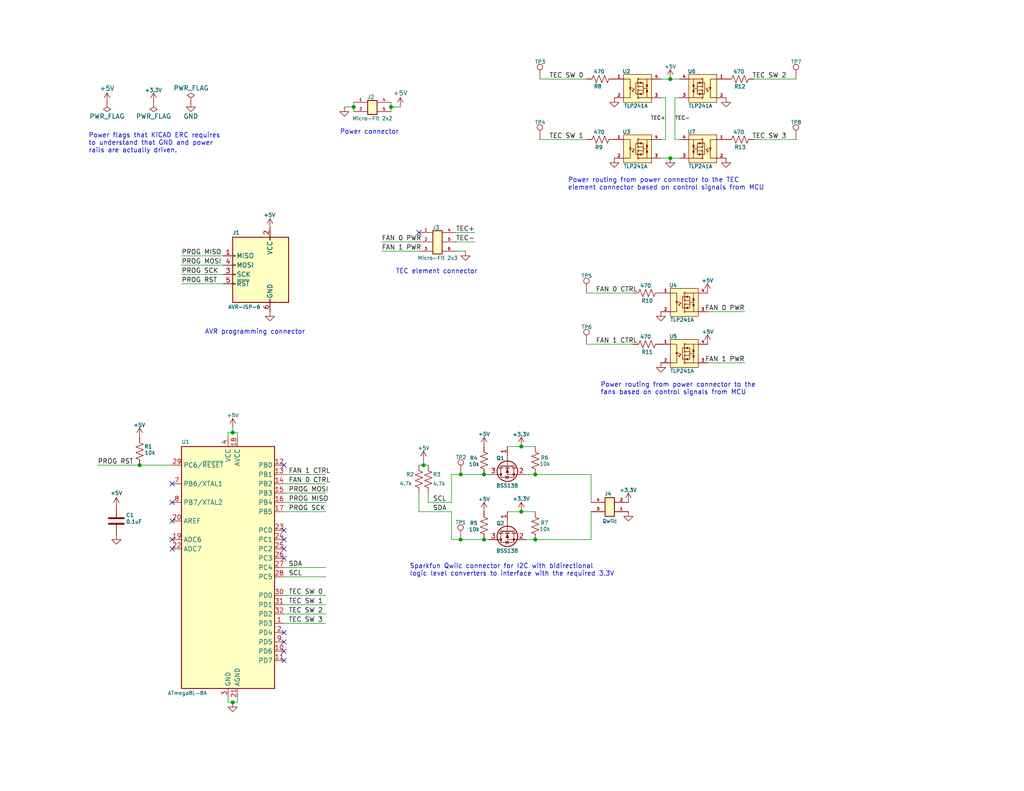
<source format=kicad_sch>
(kicad_sch (version 20211123) (generator eeschema)
  (paper "USLetter")
  (title_block (title "TEC Controller") (date "2022-11-16") (rev "A"))
  (lib_symbols
    (symbol "-proofing-box:+3.3V" (power) (pin_names (offset 0))
      (property "Value" "+3.3V" (at 0 3.556 0))
      (symbol "+3.3V_0_1"
        (polyline (pts (xy -0.762 1.27) (xy 0 2.54)))
        (polyline (pts (xy 0 0) (xy 0 2.54)))
        (polyline (pts (xy 0 2.54) (xy 0.762 1.27)))
      )
      (symbol "+3.3V_1_1"
        (pin power_in line (at 0 0 90) (length 0) hide (name "+3.3V") (number "1"))
      )
    )
    (symbol "-proofing-box:+5V" (power) (pin_names (offset 0))
      (property "Value" "+5V" (at 0 3.556 0))
      (symbol "+5V_0_1"
        (polyline (pts (xy -0.762 1.27) (xy 0 2.54)))
        (polyline (pts (xy 0 0) (xy 0 2.54)))
        (polyline (pts (xy 0 2.54) (xy 0.762 1.27)))
      )
      (symbol "+5V_1_1"
        (pin power_in line (at 0 0 90) (length 0) hide (name "+5V") (number "1"))
      )
    )
    (symbol "-proofing-box:ATmega8L-8A"
      (property "Reference" "U" (at -12.7 34.29 0))
      (property "Value" "ATmega8L-8A" (at 5.08 -34.29 0))
      (symbol "ATmega8L-8A_0_1"
        (rectangle (start -12.7 -33.02) (end 12.7 33.02) (stroke (width 0.254)) (fill (type background)))
      )
      (symbol "ATmega8L-8A_1_1"
        (pin bidirectional line (at 15.24 -15.24 180) (length 2.54) (name "PD3") (number "1"))
        (pin bidirectional line (at 15.24 -22.86 180) (length 2.54) (name "PD6") (number "10"))
        (pin bidirectional line (at 15.24 -25.4 180) (length 2.54) (name "PD7") (number "11"))
        (pin bidirectional line (at 15.24 27.94 180) (length 2.54) (name "PB0") (number "12"))
        (pin bidirectional line (at 15.24 25.4 180) (length 2.54) (name "PB1") (number "13"))
        (pin bidirectional line (at 15.24 22.86 180) (length 2.54) (name "PB2") (number "14"))
        (pin bidirectional line (at 15.24 20.32 180) (length 2.54) (name "PB3") (number "15"))
        (pin bidirectional line (at 15.24 17.78 180) (length 2.54) (name "PB4") (number "16"))
        (pin bidirectional line (at 15.24 15.24 180) (length 2.54) (name "PB5") (number "17"))
        (pin power_in line (at 2.54 35.56 270) (length 2.54) (name "AVCC") (number "18"))
        (pin input line (at -15.24 7.62 0) (length 2.54) (name "ADC6") (number "19"))
        (pin bidirectional line (at 15.24 -17.78 180) (length 2.54) (name "PD4") (number "2"))
        (pin passive line (at -15.24 12.7 0) (length 2.54) (name "AREF") (number "20"))
        (pin power_in line (at 2.54 -35.56 90) (length 2.54) (name "AGND") (number "21"))
        (pin input line (at -15.24 5.08 0) (length 2.54) (name "ADC7") (number "22"))
        (pin bidirectional line (at 15.24 10.16 180) (length 2.54) (name "PC0") (number "23"))
        (pin bidirectional line (at 15.24 7.62 180) (length 2.54) (name "PC1") (number "24"))
        (pin bidirectional line (at 15.24 5.08 180) (length 2.54) (name "PC2") (number "25"))
        (pin bidirectional line (at 15.24 2.54 180) (length 2.54) (name "PC3") (number "26"))
        (pin bidirectional line (at 15.24 0 180) (length 2.54) (name "PC4") (number "27"))
        (pin bidirectional line (at 15.24 -2.54 180) (length 2.54) (name "PC5") (number "28"))
        (pin bidirectional line (at -15.24 27.94 0) (length 2.54) (name "PC6/~{RESET}") (number "29"))
        (pin power_in line (at 0 -35.56 90) (length 2.54) (name "GND") (number "3"))
        (pin bidirectional line (at 15.24 -7.62 180) (length 2.54) (name "PD0") (number "30"))
        (pin bidirectional line (at 15.24 -10.16 180) (length 2.54) (name "PD1") (number "31"))
        (pin bidirectional line (at 15.24 -12.7 180) (length 2.54) (name "PD2") (number "32"))
        (pin power_in line (at 0 35.56 270) (length 2.54) (name "VCC") (number "4"))
        (pin passive line (at 0 -35.56 90) (length 2.54) hide (name "GND") (number "5"))
        (pin passive line (at 0 35.56 270) (length 2.54) hide (name "VCC") (number "6"))
        (pin bidirectional line (at -15.24 22.86 0) (length 2.54) (name "PB6/XTAL1") (number "7"))
        (pin bidirectional line (at -15.24 17.78 0) (length 2.54) (name "PB7/XTAL2") (number "8"))
        (pin bidirectional line (at 15.24 -20.32 180) (length 2.54) (name "PD5") (number "9"))
      )
    )
    (symbol "-proofing-box:AVR-ISP-6" (pin_names (offset 1.016))
      (property "Reference" "J" (at -6.35 11.43 0))
      (property "Value" "AVR-ISP-6" (at 0 11.43 0))
      (symbol "AVR-ISP-6_0_1"
        (rectangle (start -2.667 -6.858) (end -2.413 -7.62))
        (rectangle (start -2.667 10.16) (end -2.413 9.398))
        (rectangle (start 7.62 -2.413) (end 6.858 -2.667))
        (rectangle (start 7.62 0.127) (end 6.858 -0.127))
        (rectangle (start 7.62 2.667) (end 6.858 2.413))
        (rectangle (start 7.62 5.207) (end 6.858 4.953))
        (rectangle (start 7.62 10.16) (end -7.62 -7.62) (stroke (width 0.254)) (fill (type background)))
      )
      (symbol "AVR-ISP-6_1_1"
        (pin passive line (at 10.16 5.08 180) (length 2.54) (name "MISO") (number "1"))
        (pin passive line (at -2.54 12.7 270) (length 2.54) (name "VCC") (number "2"))
        (pin passive line (at 10.16 0 180) (length 2.54) (name "SCK") (number "3"))
        (pin passive line (at 10.16 2.54 180) (length 2.54) (name "MOSI") (number "4"))
        (pin passive line (at 10.16 -2.54 180) (length 2.54) (name "~{RST}") (number "5"))
        (pin passive line (at -2.54 -10.16 90) (length 2.54) (name "GND") (number "6"))
      )
    )
    (symbol "-proofing-box:BSS138" (pin_names hide)
      (property "Reference" "Q" (at 5.08 1.905 0))
      (property "Value" "BSS138" (at 5.08 0 0))
      (symbol "BSS138_0_1"
        (polyline (pts (xy 0.254 0) (xy -2.54 0)))
        (polyline (pts (xy 0.254 1.905) (xy 0.254 -1.905)) (stroke (width 0.254)))
        (polyline (pts (xy 0.762 -1.27) (xy 0.762 -2.286)) (stroke (width 0.254)))
        (polyline (pts (xy 0.762 0.508) (xy 0.762 -0.508)) (stroke (width 0.254)))
        (polyline (pts (xy 0.762 2.286) (xy 0.762 1.27)) (stroke (width 0.254)))
        (polyline (pts (xy 2.54 2.54) (xy 2.54 1.778)))
        (polyline (pts (xy 2.54 -2.54) (xy 2.54 0) (xy 0.762 0)))
        (polyline (pts (xy 0.762 -1.778) (xy 3.302 -1.778) (xy 3.302 1.778) (xy 0.762 1.778)))
        (polyline (pts (xy 1.016 0) (xy 2.032 0.381) (xy 2.032 -0.381) (xy 1.016 0)) (fill (type outline)))
        (polyline (pts (xy 2.794 0.508) (xy 2.921 0.381) (xy 3.683 0.381) (xy 3.81 0.254)))
        (polyline (pts (xy 3.302 0.381) (xy 2.921 -0.254) (xy 3.683 -0.254) (xy 3.302 0.381)))
        (circle (center 1.651 0) (radius 2.794) (stroke (width 0.254)))
        (circle (center 2.54 -1.778) (radius 0.254) (fill (type outline)))
        (circle (center 2.54 1.778) (radius 0.254) (fill (type outline)))
      )
      (symbol "BSS138_1_1"
        (pin input line (at -5.08 0 0) (length 2.54) (name "G") (number "1"))
        (pin passive line (at 2.54 -5.08 90) (length 2.54) (name "S") (number "2"))
        (pin passive line (at 2.54 5.08 270) (length 2.54) (name "D") (number "3"))
      )
    )
    (symbol "-proofing-box:C" (pin_numbers hide) (pin_names (offset 0.254))
      (property "Reference" "C" (at 0.635 2.54 0))
      (property "Value" "C" (at 0.635 -2.54 0))
      (symbol "C_0_1"
        (polyline (pts (xy -2.032 -0.762) (xy 2.032 -0.762)) (stroke (width 0.508)))
        (polyline (pts (xy -2.032 0.762) (xy 2.032 0.762)) (stroke (width 0.508)))
      )
      (symbol "C_1_1"
        (pin passive line (at 0 3.81 270) (length 2.794) (name "~") (number "1"))
        (pin passive line (at 0 -3.81 90) (length 2.794) (name "~") (number "2"))
      )
    )
    (symbol "-proofing-box:GND" (power) (pin_names (offset 0))
      (property "Value" "GND" (at 0 -3.81 0))
      (symbol "GND_0_1"
        (polyline (pts (xy 0 0) (xy 0 -1.27) (xy 1.27 -1.27) (xy 0 -2.54) (xy -1.27 -1.27) (xy 0 -1.27)))
      )
      (symbol "GND_1_1"
        (pin power_in line (at 0 0 270) (length 0) hide (name "GND") (number "1"))
      )
    )
    (symbol "-proofing-box:Micro-Fit 2x2" (pin_names (offset 1.016) hide)
      (property "Reference" "J" (at -1 2.73 0))
      (property "Value" "Micro-Fit 2x2" (at 0.254 -3.048 0))
      (symbol "Micro-Fit 2x2_1_1"
        (rectangle (start -1.27 1.778) (end 1.27 -2.032) (stroke (width 0.254)) (fill (type background)))
        (pin passive line (at -5.08 1.27 0) (length 3.81) (name "") (number "1"))
        (pin passive line (at -5.08 -1.27 0) (length 3.81) (name "") (number "2"))
        (pin passive line (at 5.08 1.27 180) (length 3.81) (name "") (number "4"))
        (pin passive line (at 5.08 -1.27 180) (length 3.81) (name "") (number "5"))
      )
    )
    (symbol "-proofing-box:Micro-Fit 2x3" (pin_names (offset 1.016) hide)
      (property "Reference" "J" (at -1 4 0))
      (property "Value" "Micro-Fit 2x3" (at 0.25 -4.25 0))
      (symbol "Micro-Fit 2x3_1_1"
        (rectangle (start -1.27 3.048) (end 1.25 -3.302) (stroke (width 0.254)) (fill (type background)))
        (pin passive line (at -5.08 2.54 0) (length 3.81) (name "") (number "1"))
        (pin passive line (at -5.08 0 0) (length 3.81) (name "") (number "2"))
        (pin passive line (at -5.08 -2.54 0) (length 3.81) (name "") (number "3"))
        (pin passive line (at 5.08 2.54 180) (length 3.81) (name "") (number "4"))
        (pin passive line (at 5.08 0 180) (length 3.81) (name "") (number "5"))
        (pin passive line (at 5.08 -2.54 180) (length 3.81) (name "") (number "6"))
      )
    )
    (symbol "-proofing-box:Qwiic" (pin_names (offset 1.016) hide)
      (property "Reference" "J" (at -0.9626 3.5511 0))
      (property "Value" "Qwiic" (at 1.0369 -3.7056 0))
      (symbol "Qwiic_1_1"
        (rectangle (start -1.27 2.54) (end 1.27 -2.54) (stroke (width 0.254)) (fill (type background)))
        (pin passive line (at 5.08 -1.27 180) (length 3.81) (name "") (number "1"))
        (pin passive line (at 5.08 1.27 180) (length 3.81) (name "") (number "2"))
        (pin passive line (at -5.08 -1.27 0) (length 3.81) (name "") (number "3"))
        (pin passive line (at -5.08 1.27 0) (length 3.81) (name "") (number "4"))
      )
    )
    (symbol "-proofing-box:R" (pin_numbers hide) (pin_names (offset 0))
      (property "Reference" "R" (at 1.9035 -0.0332 90))
      (property "Value" "R" (at -1.9037 -0.2102 90))
      (symbol "R_0_1"
        (polyline (pts (xy 0 -2.286) (xy 0 -2.54)))
        (polyline (pts (xy 0 2.286) (xy 0 2.54)))
        (polyline (pts (xy 0 -0.762) (xy 1.016 -1.143) (xy 0 -1.524) (xy -1.016 -1.905) (xy 0 -2.286)))
        (polyline (pts (xy 0 0.762) (xy 1.016 0.381) (xy 0 0) (xy -1.016 -0.381) (xy 0 -0.762)))
        (polyline (pts (xy 0 2.286) (xy 1.016 1.905) (xy 0 1.524) (xy -1.016 1.143) (xy 0 0.762)))
      )
      (symbol "R_1_1"
        (pin passive line (at 0 3.81 270) (length 1.27) (name "~") (number "1"))
        (pin passive line (at 0 -3.81 90) (length 1.27) (name "~") (number "2"))
      )
    )
    (symbol "-proofing-box:TLP241A" (pin_names (offset -0.254) hide)
      (property "Reference" "U" (at -3.3715 2.0636 0))
      (property "Value" "TLP241A" (at -0.6511 -7.2308 0))
      (symbol "TLP241A_0_1"
        (rectangle (start -3.81 1.27) (end 3.81 -6.35) (fill (type background)))
        (polyline (pts (xy -1.7036 -2.8956) (xy -1.1956 -3.4036)))
        (polyline (pts (xy -1.4496 -2.3876) (xy -0.9416 -2.8956)))
        (polyline (pts (xy -1.1956 -3.4036) (xy -1.4496 -3.4036)))
        (polyline (pts (xy -1.1956 -3.4036) (xy -1.1956 -3.1496)))
        (polyline (pts (xy -0.9416 -2.8956) (xy -1.1956 -2.8956)))
        (polyline (pts (xy -0.9416 -2.8956) (xy -0.9416 -2.6416)))
        (polyline (pts (xy 0 -2.794) (xy 0 -5.334)))
        (polyline (pts (xy 0 -2.286) (xy 0 0.254)))
        (polyline (pts (xy 0.254 -5.08) (xy 3.81 -5.08)))
        (polyline (pts (xy 0.254 -4.826) (xy 0.254 -5.334)))
        (polyline (pts (xy 0.254 -4.064) (xy 0.508 -4.064)))
        (polyline (pts (xy 0.254 -3.81) (xy 0.254 -4.318)))
        (polyline (pts (xy 0.254 -3.048) (xy 1.524 -3.048)))
        (polyline (pts (xy 0.254 -2.794) (xy 0.254 -3.302)))
        (polyline (pts (xy 0.254 -2.032) (xy 1.524 -2.032)))
        (polyline (pts (xy 0.254 -1.778) (xy 0.254 -2.286)))
        (polyline (pts (xy 0.254 -1.016) (xy 0.508 -1.016)))
        (polyline (pts (xy 0.254 -0.762) (xy 0.254 -1.27)))
        (polyline (pts (xy 0.254 0) (xy 3.81 0)))
        (polyline (pts (xy 0.254 0.262) (xy 0.254 -0.238)))
        (polyline (pts (xy 1.524 -2.54) (xy 2.54 -2.54)))
        (polyline (pts (xy 2.286 -3.556) (xy 2.794 -3.556)))
        (polyline (pts (xy 2.286 -1.524) (xy 2.794 -1.524)))
        (polyline (pts (xy 2.54 -2.54) (xy 2.54 -5.08)))
        (polyline (pts (xy 2.54 -2.54) (xy 2.54 0)))
        (polyline (pts (xy -3.81 -5.08) (xy -2.032 -5.08) (xy -2.032 0) (xy -3.81 0)))
        (polyline (pts (xy -2.032 -2.794) (xy -2.286 -2.286) (xy -1.778 -2.286) (xy -2.032 -2.794)) (fill (type outline)))
        (polyline (pts (xy 0 -4.064) (xy -0.508 -4.064) (xy -0.508 -1.016) (xy 0 -1.016)))
        (polyline (pts (xy 0.508 -4.064) (xy 1.016 -3.81) (xy 1.016 -4.318) (xy 0.508 -4.064)) (fill (type outline)))
        (polyline (pts (xy 0.508 -1.016) (xy 1.016 -0.762) (xy 1.016 -1.27) (xy 0.508 -1.016)) (fill (type outline)))
        (polyline (pts (xy 1.016 -4.064) (xy 1.524 -4.064) (xy 1.524 -1.016) (xy 1.016 -1.016)))
        (polyline (pts (xy 2.54 -3.556) (xy 2.286 -3.048) (xy 2.794 -3.048) (xy 2.54 -3.556)) (fill (type outline)))
        (polyline (pts (xy 2.54 -1.524) (xy 2.286 -2.032) (xy 2.794 -2.032) (xy 2.54 -1.524)) (fill (type outline)))
      )
      (symbol "TLP241A_1_1"
        (pin passive line (at -6.35 0 0) (length 2.5) (name "") (number "1"))
        (pin passive line (at -6.35 -5.08 0) (length 2.5) (name "") (number "2"))
        (pin input line (at 6.35 -5.08 180) (length 2.5) (name "") (number "3"))
        (pin passive line (at 6.35 0 180) (length 2.5) (name "") (number "4"))
      )
    )
    (symbol "-proofing-box:TestPoint" (pin_numbers hide) (pin_names (offset 0.762) hide)
      (property "Reference" "TP" (at 0 6.858 0))
      (property "Value" "TestPoint" (at 0 5.08 0))
      (symbol "TestPoint_0_1"
        (circle (center 0 3.302) (radius 0.762))
      )
      (symbol "TestPoint_1_1"
        (pin passive line (at 0 0 90) (length 2.54) (name "1") (number "1"))
      )
    )
    (symbol "power:PWR_FLAG" (power) (pin_numbers hide) (pin_names (offset 0) hide)
      (property "Value" "PWR_FLAG" (at 0 3.81 0))
      (symbol "PWR_FLAG_0_0"
        (pin power_out line (at 0 0 90) (length 0) (name "pwr") (number "1"))
      )
      (symbol "PWR_FLAG_0_1"
        (polyline (pts (xy 0 0) (xy 0 1.27) (xy -1.016 1.905) (xy 0 2.54) (xy 1.016 1.905) (xy 0 1.27)))
      )
    )
  )
  (junction (at 63.5 118.11))
  (junction (at 142.24 121.92))
  (junction (at 182.88 43.18))
  (junction (at 132.08 147.32))
  (junction (at 146.05 129.54))
  (junction (at 115.57 127))
  (junction (at 106.68 29.21))
  (junction (at 182.88 21.59))
  (junction (at 38.1 127))
  (junction (at 63.5 191.77))
  (junction (at 125.6728 147.32))
  (junction (at 132.08 129.54))
  (junction (at 125.73 129.54))
  (junction (at 96.52 29.21))
  (junction (at 146.05 147.32))
  (junction (at 142.24 139.7))
  (no_connect (at 77.47 127))
  (no_connect (at 46.99 137.16))
  (no_connect (at 46.99 132.08))
  (no_connect (at 77.47 149.86))
  (no_connect (at 77.47 144.78))
  (no_connect (at 77.47 152.4))
  (no_connect (at 77.47 147.32))
  (no_connect (at 77.47 175.26))
  (no_connect (at 77.47 180.34))
  (no_connect (at 77.47 177.8))
  (no_connect (at 77.47 172.72))
  (no_connect (at 46.99 142.24))
  (no_connect (at 46.99 147.32))
  (no_connect (at 114.3 63.5))
  (no_connect (at 46.99 149.86))
  (wire (pts (xy 49.53 77.47) (xy 60.96 77.47)))
  (wire (pts (xy 184.15 38.1) (xy 185.42 38.1)))
  (wire (pts (xy 114.3 127) (xy 115.57 127)))
  (wire (pts (xy 205.74 21.59) (xy 217.17 21.59)))
  (wire (pts (xy 96.52 27.94) (xy 96.52 29.21)))
  (wire (pts (xy 185.42 26.67) (xy 184.15 26.67)))
  (wire (pts (xy 180.34 43.18) (xy 182.88 43.18)))
  (wire (pts (xy 125.73 129.54) (xy 132.08 129.54)))
  (wire (pts (xy 106.68 27.94) (xy 106.68 29.21)))
  (wire (pts (xy 104.14 66.04) (xy 114.3 66.04)))
  (wire (pts (xy 49.53 72.39) (xy 60.96 72.39)))
  (wire (pts (xy 77.47 139.7) (xy 88.9 139.7)))
  (wire (pts (xy 147.32 38.1) (xy 160.02 38.1)))
  (wire (pts (xy 143.51 147.32) (xy 146.05 147.32)))
  (wire (pts (xy 77.47 132.08) (xy 88.9 132.08)))
  (wire (pts (xy 123.19 129.54) (xy 125.73 129.54)))
  (wire (pts (xy 106.68 29.21) (xy 106.68 30.48)))
  (wire (pts (xy 160.02 93.98) (xy 172.72 93.98)))
  (wire (pts (xy 180.34 21.59) (xy 182.88 21.59)))
  (wire (pts (xy 132.08 147.32) (xy 133.35 147.32)))
  (wire (pts (xy 180.34 26.67) (xy 181.61 26.67)))
  (wire (pts (xy 193.04 85.09) (xy 203.2 85.09)))
  (wire (pts (xy 63.5 191.77) (xy 64.77 191.77)))
  (wire (pts (xy 77.47 157.48) (xy 88.9 157.48)))
  (wire (pts (xy 62.23 191.77) (xy 63.5 191.77)))
  (wire (pts (xy 63.5 118.11) (xy 64.77 118.11)))
  (wire (pts (xy 115.57 125.73) (xy 115.57 127)))
  (wire (pts (xy 160.02 80.01) (xy 172.72 80.01)))
  (wire (pts (xy 124.46 63.5) (xy 129.54 63.5)))
  (wire (pts (xy 49.53 69.85) (xy 60.96 69.85)))
  (wire (pts (xy 62.23 119.38) (xy 62.23 118.11)))
  (wire (pts (xy 49.53 74.93) (xy 60.96 74.93)))
  (wire (pts (xy 138.43 121.92) (xy 142.24 121.92)))
  (wire (pts (xy 116.84 137.16) (xy 116.84 134.62)))
  (wire (pts (xy 142.24 121.92) (xy 146.05 121.92)))
  (wire (pts (xy 180.34 38.1) (xy 181.61 38.1)))
  (wire (pts (xy 77.47 162.56) (xy 88.9 162.56)))
  (wire (pts (xy 77.47 137.16) (xy 88.9 137.16)))
  (wire (pts (xy 106.68 29.21) (xy 109.22 29.21)))
  (wire (pts (xy 114.3 139.7) (xy 114.3 134.62)))
  (wire (pts (xy 132.08 129.54) (xy 133.35 129.54)))
  (wire (pts (xy 77.47 134.62) (xy 88.9 134.62)))
  (wire (pts (xy 124.46 66.04) (xy 129.54 66.04)))
  (wire (pts (xy 125.6728 147.32) (xy 132.08 147.32)))
  (wire (pts (xy 123.19 139.7) (xy 123.19 147.32)))
  (wire (pts (xy 62.23 118.11) (xy 63.5 118.11)))
  (wire (pts (xy 104.14 68.58) (xy 114.3 68.58)))
  (wire (pts (xy 63.5 116.84) (xy 63.5 118.11)))
  (wire (pts (xy 193.04 99.06) (xy 203.2 99.06)))
  (wire (pts (xy 147.32 21.59) (xy 160.02 21.59)))
  (wire (pts (xy 124.46 68.58) (xy 127 68.58)))
  (wire (pts (xy 138.43 139.7) (xy 142.24 139.7)))
  (wire (pts (xy 77.47 170.18) (xy 88.9 170.18)))
  (wire (pts (xy 115.57 127) (xy 116.84 127)))
  (wire (pts (xy 96.52 29.21) (xy 96.52 30.48)))
  (wire (pts (xy 146.05 129.54) (xy 161.29 129.54)))
  (wire (pts (xy 64.77 190.5) (xy 64.77 191.77)))
  (wire (pts (xy 161.29 139.7) (xy 161.29 147.32)))
  (wire (pts (xy 62.23 190.5) (xy 62.23 191.77)))
  (wire (pts (xy 184.15 26.67) (xy 184.15 38.1)))
  (wire (pts (xy 64.77 119.38) (xy 64.77 118.11)))
  (wire (pts (xy 123.19 129.54) (xy 123.19 137.16)))
  (wire (pts (xy 182.88 43.18) (xy 185.42 43.18)))
  (wire (pts (xy 93.98 29.21) (xy 96.52 29.21)))
  (wire (pts (xy 77.47 154.94) (xy 88.9 154.94)))
  (wire (pts (xy 26.67 127) (xy 38.1 127)))
  (wire (pts (xy 181.61 26.67) (xy 181.61 38.1)))
  (wire (pts (xy 123.19 147.32) (xy 125.6728 147.32)))
  (wire (pts (xy 38.1 127) (xy 46.99 127)))
  (wire (pts (xy 77.47 129.54) (xy 88.9 129.54)))
  (wire (pts (xy 77.47 167.64) (xy 88.9 167.64)))
  (wire (pts (xy 205.74 38.1) (xy 217.17 38.1)))
  (wire (pts (xy 143.51 129.54) (xy 146.05 129.54)))
  (wire (pts (xy 142.24 139.7) (xy 146.05 139.7)))
  (wire (pts (xy 182.88 21.59) (xy 185.42 21.59)))
  (wire (pts (xy 161.29 129.54) (xy 161.29 137.16)))
  (wire (pts (xy 114.3 139.7) (xy 123.19 139.7)))
  (wire (pts (xy 146.05 147.32) (xy 161.29 147.32)))
  (wire (pts (xy 77.47 165.1) (xy 88.9 165.1)))
  (wire (pts (xy 116.84 137.16) (xy 123.19 137.16)))
  (text "Sparkfun Qwiic connector for I2C with bidirectional\nlogic level converters to interface with the required 3.3V" (at 111.76 157.48 0) (effects (font (size 1.27 1.27)) (justify left bottom)))
  (text "Power flags that KiCAD ERC requires\nto understand that GND and power\nrails are actually driven." (at 24.13 41.91 0) (effects (font (size 1.27 1.27)) (justify left bottom)))
  (text "Power routing from power connector to the\nfans based on control signals from MCU" (at 163.83 107.95 0) (effects (font (size 1.27 1.27)) (justify left bottom)))
  (text "Power routing from power connector to the TEC\nelement connector based on control signals from MCU" (at 154.94 52.07 0) (effects (font (size 1.27 1.27)) (justify left bottom)))
  (text "Power connector" (at 92.71 36.83 0) (effects (font (size 1.27 1.27)) (justify left bottom)))
  (text "AVR programming connector" (at 55.88 91.44 0) (effects (font (size 1.27 1.27)) (justify left bottom)))
  (text "TEC element connector" (at 107.95 74.93 0) (effects (font (size 1.27 1.27)) (justify left bottom)))
  (label "FAN 0 PWR" (at 104.14 66.04 0))
  (label "FAN 0 PWR" (at 203.2 85.09 180))
  (label "TEC+" (at 181.61 33.02 180) (effects (font (size 1 1))))
  (label "SDA" (at 118.11 139.7 0))
  (label "TEC-" (at 184.15 33.02 0) (effects (font (size 1 1))))
  (label "PROG SCK" (at 49.53 74.93 0))
  (label "PROG SCK" (at 78.74 139.7 0))
  (label "TEC SW 0" (at 149.86 21.59 0))
  (label "TEC SW 2" (at 214.63 21.59 180))
  (label "FAN 0 CTRL" (at 162.56 80.01 0))
  (label "FAN 0 CTRL" (at 78.74 132.08 0))
  (label "PROG MOSI" (at 78.74 134.62 0))
  (label "TEC SW 1" (at 78.74 165.1 0))
  (label "PROG RST" (at 49.53 77.47 0))
  (label "FAN 1 CTRL" (at 162.56 93.98 0))
  (label "PROG MISO" (at 49.53 69.85 0))
  (label "PROG MOSI" (at 49.53 72.39 0))
  (label "TEC SW 3" (at 78.74 170.18 0))
  (label "FAN 1 CTRL" (at 78.74 129.54 0))
  (label "TEC+" (at 129.54 63.5 180))
  (label "SCL" (at 118.11 137.16 0))
  (label "SDA" (at 78.74 154.94 0))
  (label "PROG RST" (at 26.67 127 0))
  (label "TEC SW 1" (at 149.86 38.1 0))
  (label "TEC-" (at 129.54 66.04 180))
  (label "TEC SW 0" (at 78.74 162.56 0))
  (label "FAN 1 PWR" (at 203.2 99.06 180))
  (label "TEC SW 3" (at 214.63 38.1 180))
  (label "SCL" (at 78.74 157.48 0))
  (label "PROG MISO" (at 78.74 137.16 0))
  (label "FAN 1 PWR" (at 104.14 68.58 0))
  (label "TEC SW 2" (at 78.74 167.64 0))
  (symbol (lib_id "-proofing-box:+3.3V") (at 171.45 137.16 0) (unit 1)
    (property "Reference" "#PWR021" (effects hide))
    (property "Value" "+3.3V" (at 171.3873 133.834 0) (effects (font (size 1.016 1.016))))
  )
  (symbol (lib_id "-proofing-box:TestPoint") (at 125.6728 147.32 0) (unit 1)
    (property "Reference" "TP1" (at 124.2686 142.6249 0) (effects (font (size 1.016 1.016)) (justify left)))
    (property "Value" "TestPoint" (effects hide))
  )
  (symbol (lib_id "-proofing-box:TestPoint") (at 147.32 21.59 0) (unit 1)
    (property "Reference" "TP3" (at 145.9158 16.8949 0) (effects (font (size 1.016 1.016)) (justify left)))
    (property "Value" "TestPoint" (effects hide))
  )
  (symbol (lib_id "-proofing-box:C") (at 31.75 142.24 0) (unit 1)
    (property "Reference" "C1" (at 35.4577 140.6142 0) (effects (font (size 1.016 1.016))))
    (property "Value" "0.1uF" (at 36.5758 142.4438 0) (effects (font (size 1.016 1.016))))
    (property "Footprint" "bryce-kellogg-personal:C_0603_1608Metric_Pad1.08x0.95mm_HandSolder" (effects hide))
  )
  (symbol (lib_id "power:PWR_FLAG") (at 52.07 27.94 0) (unit 1)
    (property "Reference" "#FLG03" (effects hide))
    (property "Value" "PWR_FLAG" (at 47.326 24.0444 0) (effects (justify left)))
  )
  (symbol (lib_id "-proofing-box:GND") (at 31.75 146.05 0) (unit 1)
    (property "Reference" "#PWR03" (effects hide))
    (property "Value" "GND" (effects hide))
  )
  (symbol (lib_id "-proofing-box:R") (at 146.05 143.51 0) (unit 1)
    (property "Reference" "R7" (at 147.4899 142.752 0) (effects (font (size 1.016 1.016)) (justify left)))
    (property "Value" "10k" (at 147.1947 144.4496 0) (effects (font (size 1.016 1.016)) (justify left)))
    (property "Footprint" "bryce-kellogg-personal:R_0603_1608Metric_Pad0.98x0.95mm_HandSolder" (effects hide))
  )
  (symbol (lib_id "-proofing-box:R") (at 132.08 143.51 0) (unit 1)
    (property "Reference" "R5" (at 128.1912 142.8383 0) (effects (font (size 1.016 1.016)) (justify left)))
    (property "Value" "10k" (at 127.896 144.5359 0) (effects (font (size 1.016 1.016)) (justify left)))
    (property "Footprint" "bryce-kellogg-personal:R_0603_1608Metric_Pad0.98x0.95mm_HandSolder" (effects hide))
  )
  (symbol (lib_id "-proofing-box:Micro-Fit 2x3") (at 119.38 66.04 0) (unit 1)
    (property "Reference" "J3" (at 118.9514 62.1502 0) (effects (font (size 1.016 1.016))))
    (property "Value" "Micro-Fit 2x3" (at 119.4232 70.4404 0) (effects (font (size 1.016 1.016))))
    (property "Footprint" "bryce-kellogg-personal:Micro-Fit 2x3" (effects hide))
  )
  (symbol (lib_id "-proofing-box:R") (at 146.05 125.73 0) (unit 1)
    (property "Reference" "R6" (at 147.4899 124.972 0) (effects (font (size 1.016 1.016)) (justify left)))
    (property "Value" "10k" (at 147.1947 126.6696 0) (effects (font (size 1.016 1.016)) (justify left)))
    (property "Footprint" "bryce-kellogg-personal:R_0603_1608Metric_Pad0.98x0.95mm_HandSolder" (effects hide))
  )
  (symbol (lib_id "-proofing-box:BSS138") (at 138.43 144.78 90) (mirror x) (unit 1)
    (property "Reference" "Q2" (at 137.6423 142.8673 90) (effects (font (size 1.016 1.016)) (justify left)))
    (property "Value" "BSS138" (at 141.4242 150.3816 90) (effects (font (size 1.016 1.016)) (justify left)))
    (property "Footprint" "Package_TO_SOT_SMD:SOT-23" (effects hide))
    (property "Datasheet" "https://www.onsemi.com/pub/Collateral/BSS138-D.PDF" (effects hide))
  )
  (symbol (lib_id "-proofing-box:+5V") (at 193.04 80.01 0) (unit 1)
    (property "Reference" "#PWR027" (effects hide))
    (property "Value" "+5V" (at 193.0398 76.59 0) (effects (font (size 1.016 1.016))))
  )
  (symbol (lib_id "-proofing-box:+5V") (at 109.22 29.21 0) (unit 1)
    (property "Reference" "#PWR012" (effects hide))
    (property "Value" "+5V" (at 109.22 25.4 0))
  )
  (symbol (lib_id "-proofing-box:+5V") (at 115.57 125.73 0) (unit 1)
    (property "Reference" "#PWR013" (effects hide))
    (property "Value" "+5V" (at 115.5785 122.3212 0) (effects (font (size 1.016 1.016))))
  )
  (symbol (lib_id "-proofing-box:ATmega8L-8A") (at 62.23 154.94 0) (unit 1)
    (property "Reference" "U1" (at 49.53 120.65 0) (effects (font (size 1.016 1.016)) (justify left)))
    (property "Value" "ATmega8L-8A" (at 45.72 189.23 0) (effects (font (size 1.016 1.016)) (justify left)))
    (property "Footprint" "Package_QFP:TQFP-32_7x7mm_P0.8mm" (effects hide))
    (property "Datasheet" "http://ww1.microchip.com/downloads/en/DeviceDoc/atmel-2486-8-bit-avr-microcontroller-atmega8_l_datasheet.pdf" (effects hide))
  )
  (symbol (lib_id "-proofing-box:AVR-ISP-6") (at 71.12 74.93 0) (mirror y) (unit 1)
    (property "Reference" "J1" (at 63.5 63.5 0) (effects (font (size 1.016 1.016)) (justify right)))
    (property "Value" "AVR-ISP-6" (at 62.23 83.82 0) (effects (font (size 1.016 1.016)) (justify right)))
    (property "Datasheet" " ~" (effects hide))
  )
  (symbol (lib_id "-proofing-box:R") (at 132.08 125.73 0) (unit 1)
    (property "Reference" "R4" (at 128.1912 125.0583 0) (effects (font (size 1.016 1.016)) (justify left)))
    (property "Value" "10k" (at 127.896 126.7559 0) (effects (font (size 1.016 1.016)) (justify left)))
    (property "Footprint" "bryce-kellogg-personal:R_0603_1608Metric_Pad0.98x0.95mm_HandSolder" (effects hide))
  )
  (symbol (lib_id "-proofing-box:TLP241A") (at 186.69 93.98 0) (unit 1)
    (property "Reference" "U5" (at 183.6537 91.8508 0) (effects (font (size 1.016 1.016))))
    (property "Value" "TLP241A" (at 186.1173 101.2811 0) (effects (font (size 1.016 1.016))))
    (property "Footprint" "bryce-kellogg-personal:TLP241A" (effects hide))
  )
  (symbol (lib_id "-proofing-box:+5V") (at 132.08 139.7 0) (unit 1)
    (property "Reference" "#PWR016" (effects hide))
    (property "Value" "+5V" (at 132.0885 136.2912 0) (effects (font (size 1.016 1.016))))
  )
  (symbol (lib_id "-proofing-box:GND") (at 93.98 29.21 0) (unit 1)
    (property "Reference" "#PWR011" (effects hide))
    (property "Value" "GND" (effects hide))
  )
  (symbol (lib_id "-proofing-box:TLP241A") (at 173.99 38.1 0) (unit 1)
    (property "Reference" "U3" (at 170.9537 35.9708 0) (effects (font (size 1.016 1.016))))
    (property "Value" "TLP241A" (at 173.4173 45.4011 0) (effects (font (size 1.016 1.016))))
    (property "Footprint" "bryce-kellogg-personal:TLP241A" (effects hide))
  )
  (symbol (lib_id "-proofing-box:TestPoint") (at 160.02 93.98 0) (unit 1)
    (property "Reference" "TP6" (at 158.6158 89.2849 0) (effects (font (size 1.016 1.016)) (justify left)))
    (property "Value" "TestPoint" (effects hide))
  )
  (symbol (lib_id "-proofing-box:GND") (at 198.12 43.18 0) (unit 1)
    (property "Reference" "#PWR030" (effects hide))
    (property "Value" "GND" (effects hide))
  )
  (symbol (lib_id "-proofing-box:TLP241A") (at 173.99 21.59 0) (unit 1)
    (property "Reference" "U2" (at 170.929 19.4803 0) (effects (font (size 1.016 1.016))))
    (property "Value" "TLP241A" (at 173.5 28.8883 0) (effects (font (size 1.016 1.016))))
    (property "Footprint" "bryce-kellogg-personal:TLP241A" (effects hide))
  )
  (symbol (lib_id "-proofing-box:R") (at 176.53 80.01 270) (unit 1)
    (property "Reference" "R10" (at 175.0291 82.1257 90) (effects (font (size 1.016 1.016)) (justify left)))
    (property "Value" "470" (at 174.6262 77.9864 90) (effects (font (size 1.016 1.016)) (justify left)))
    (property "Footprint" "bryce-kellogg-personal:R_0603_1608Metric_Pad0.98x0.95mm_HandSolder" (effects hide))
  )
  (symbol (lib_id "-proofing-box:TLP241A") (at 186.69 80.01 0) (unit 1)
    (property "Reference" "U4" (at 183.6537 77.8808 0) (effects (font (size 1.016 1.016))))
    (property "Value" "TLP241A" (at 186.1173 87.3111 0) (effects (font (size 1.016 1.016))))
    (property "Footprint" "bryce-kellogg-personal:TLP241A" (effects hide))
  )
  (symbol (lib_id "power:PWR_FLAG") (at 41.91 27.94 0) (mirror x) (unit 1)
    (property "Reference" "#FLG02" (effects hide))
    (property "Value" "PWR_FLAG" (at 41.91 31.75 0))
  )
  (symbol (lib_id "-proofing-box:R") (at 38.1 123.19 0) (unit 1)
    (property "Reference" "R1" (at 39.37 121.92 0) (effects (font (size 1.016 1.016)) (justify left)))
    (property "Value" "10k" (at 39.4383 123.6341 0) (effects (font (size 1.016 1.016)) (justify left)))
    (property "Footprint" "bryce-kellogg-personal:R_0603_1608Metric_Pad0.98x0.95mm_HandSolder" (effects hide))
  )
  (symbol (lib_id "-proofing-box:TLP241A") (at 191.77 21.59 0) (mirror y) (unit 1)
    (property "Reference" "U6" (at 188.7509 19.4803 0) (effects (font (size 1.016 1.016))))
    (property "Value" "TLP241A" (at 191.1267 28.8883 0) (effects (font (size 1.016 1.016))))
    (property "Footprint" "bryce-kellogg-personal:TLP241A" (effects hide))
  )
  (symbol (lib_id "-proofing-box:BSS138") (at 138.43 127 90) (mirror x) (unit 1)
    (property "Reference" "Q1" (at 137.6423 125.0873 90) (effects (font (size 1.016 1.016)) (justify left)))
    (property "Value" "BSS138" (at 141.4242 132.6016 90) (effects (font (size 1.016 1.016)) (justify left)))
    (property "Footprint" "Package_TO_SOT_SMD:SOT-23" (effects hide))
    (property "Datasheet" "https://www.onsemi.com/pub/Collateral/BSS138-D.PDF" (effects hide))
  )
  (symbol (lib_id "-proofing-box:TestPoint") (at 125.73 129.54 0) (unit 1)
    (property "Reference" "TP2" (at 124.3258 124.8449 0) (effects (font (size 1.016 1.016)) (justify left)))
    (property "Value" "TestPoint" (effects hide))
  )
  (symbol (lib_id "-proofing-box:GND") (at 73.66 85.09 0) (unit 1)
    (property "Reference" "#PWR010" (effects hide))
    (property "Value" "GND" (effects hide))
  )
  (symbol (lib_id "-proofing-box:TestPoint") (at 160.02 80.01 0) (unit 1)
    (property "Reference" "TP5" (at 158.6158 75.3149 0) (effects (font (size 1.016 1.016)) (justify left)))
    (property "Value" "TestPoint" (effects hide))
  )
  (symbol (lib_id "-proofing-box:+3.3V") (at 142.24 139.7 0) (unit 1)
    (property "Reference" "#PWR018" (effects hide))
    (property "Value" "+3.3V" (at 142.1858 136.1661 0) (effects (font (size 1.016 1.016))))
  )
  (symbol (lib_id "-proofing-box:R") (at 176.53 93.98 270) (unit 1)
    (property "Reference" "R11" (at 175.0291 96.0957 90) (effects (font (size 1.016 1.016)) (justify left)))
    (property "Value" "470" (at 174.6262 91.9564 90) (effects (font (size 1.016 1.016)) (justify left)))
    (property "Footprint" "bryce-kellogg-personal:R_0603_1608Metric_Pad0.98x0.95mm_HandSolder" (effects hide))
  )
  (symbol (lib_id "-proofing-box:+5V") (at 182.88 21.59 0) (unit 1)
    (property "Reference" "#PWR025" (effects hide))
    (property "Value" "+5V" (at 182.8953 18.1822 0) (effects (font (size 1.016 1.016))))
  )
  (symbol (lib_id "-proofing-box:R") (at 114.3 130.81 0) (unit 1)
    (property "Reference" "R2" (at 110.803 129.529 0) (effects (font (size 1.016 1.016)) (justify left)))
    (property "Value" "4.7k" (at 108.9936 132.0206 0) (effects (font (size 1.016 1.016)) (justify left)))
    (property "Footprint" "bryce-kellogg-personal:R_0603_1608Metric_Pad0.98x0.95mm_HandSolder" (effects hide))
  )
  (symbol (lib_id "-proofing-box:GND") (at 167.64 26.67 0) (unit 1)
    (property "Reference" "#PWR019" (effects hide))
    (property "Value" "GND" (effects hide))
  )
  (symbol (lib_id "-proofing-box:+5V") (at 63.5 116.84 0) (unit 1)
    (property "Reference" "#PWR07" (effects hide))
    (property "Value" "+5V" (at 63.5257 113.3873 0) (effects (font (size 1.016 1.016))))
  )
  (symbol (lib_id "-proofing-box:+3.3V") (at 142.24 121.92 0) (unit 1)
    (property "Reference" "#PWR017" (effects hide))
    (property "Value" "+3.3V" (at 142.1773 118.594 0) (effects (font (size 1.016 1.016))))
  )
  (symbol (lib_id "-proofing-box:R") (at 201.93 21.59 270) (unit 1)
    (property "Reference" "R12" (at 200.3012 23.6344 90) (effects (font (size 1.016 1.016)) (justify left)))
    (property "Value" "470" (at 200.0262 19.5664 90) (effects (font (size 1.016 1.016)) (justify left)))
    (property "Footprint" "bryce-kellogg-personal:R_0603_1608Metric_Pad0.98x0.95mm_HandSolder" (effects hide))
  )
  (symbol (lib_id "-proofing-box:+5V") (at 193.04 93.98 0) (unit 1)
    (property "Reference" "#PWR028" (effects hide))
    (property "Value" "+5V" (at 193.0938 90.6039 0) (effects (font (size 1.016 1.016))))
  )
  (symbol (lib_id "-proofing-box:TLP241A") (at 191.77 38.1 0) (mirror y) (unit 1)
    (property "Reference" "U7" (at 188.7015 36.0202 0) (effects (font (size 1.016 1.016))))
    (property "Value" "TLP241A" (at 191.1267 45.4011 0) (effects (font (size 1.016 1.016))))
    (property "Footprint" "bryce-kellogg-personal:TLP241A" (effects hide))
  )
  (symbol (lib_id "-proofing-box:GND") (at 198.12 26.67 0) (unit 1)
    (property "Reference" "#PWR029" (effects hide))
    (property "Value" "GND" (effects hide))
  )
  (symbol (lib_id "-proofing-box:GND") (at 180.34 85.09 0) (unit 1)
    (property "Reference" "#PWR023" (effects hide))
    (property "Value" "GND" (effects hide))
  )
  (symbol (lib_id "-proofing-box:Qwiic") (at 166.37 138.43 0) (unit 1)
    (property "Reference" "J4" (at 164.9528 134.8001 0) (effects (font (size 1.016 1.016)) (justify left)))
    (property "Value" "Qwiic" (at 164.3328 142.24 0) (effects (font (size 1.016 1.016)) (justify left)))
  )
  (symbol (lib_id "-proofing-box:GND") (at 52.07 27.94 0) (unit 1)
    (property "Reference" "#PWR06" (effects hide))
    (property "Value" "GND" (at 52.07 31.75 0))
  )
  (symbol (lib_id "-proofing-box:+5V") (at 132.08 121.92 0) (unit 1)
    (property "Reference" "#PWR015" (effects hide))
    (property "Value" "+5V" (at 132.0885 118.5112 0) (effects (font (size 1.016 1.016))))
  )
  (symbol (lib_id "-proofing-box:R") (at 116.84 130.81 0) (unit 1)
    (property "Reference" "R3" (at 118.11 129.54 0) (effects (font (size 1.016 1.016)) (justify left)))
    (property "Value" "4.7k" (at 118.11 132.08 0) (effects (font (size 1.016 1.016)) (justify left)))
    (property "Footprint" "bryce-kellogg-personal:R_0603_1608Metric_Pad0.98x0.95mm_HandSolder" (effects hide))
  )
  (symbol (lib_id "-proofing-box:+3.3V") (at 41.91 27.94 0) (unit 1)
    (property "Reference" "#PWR05" (effects hide))
    (property "Value" "+3.3V" (at 41.8473 24.614 0) (effects (font (size 1.016 1.016))))
  )
  (symbol (lib_id "-proofing-box:TestPoint") (at 217.17 21.59 0) (unit 1)
    (property "Reference" "TP7" (at 215.7658 16.8949 0) (effects (font (size 1.016 1.016)) (justify left)))
    (property "Value" "TestPoint" (effects hide))
  )
  (symbol (lib_id "-proofing-box:TestPoint") (at 217.17 38.1 0) (unit 1)
    (property "Reference" "TP8" (at 215.7658 33.4049 0) (effects (font (size 1.016 1.016)) (justify left)))
    (property "Value" "TestPoint" (effects hide))
  )
  (symbol (lib_id "power:PWR_FLAG") (at 29.21 27.94 0) (mirror x) (unit 1)
    (property "Reference" "#FLG01" (effects hide))
    (property "Value" "PWR_FLAG" (at 29.21 31.75 0))
  )
  (symbol (lib_id "-proofing-box:+5V") (at 31.75 138.43 0) (unit 1)
    (property "Reference" "#PWR02" (effects hide))
    (property "Value" "+5V" (at 31.75 134.62 0) (effects (font (size 1.016 1.016))))
  )
  (symbol (lib_id "-proofing-box:GND") (at 180.34 99.06 0) (unit 1)
    (property "Reference" "#PWR024" (effects hide))
    (property "Value" "GND" (effects hide))
  )
  (symbol (lib_id "-proofing-box:R") (at 163.83 21.59 270) (unit 1)
    (property "Reference" "R8" (at 162.0301 23.5917 90) (effects (font (size 1.016 1.016)) (justify left)))
    (property "Value" "470" (at 161.9262 19.5664 90) (effects (font (size 1.016 1.016)) (justify left)))
    (property "Footprint" "bryce-kellogg-personal:R_0603_1608Metric_Pad0.98x0.95mm_HandSolder" (effects hide))
  )
  (symbol (lib_id "-proofing-box:GND") (at 63.5 191.77 0) (unit 1)
    (property "Reference" "#PWR08" (effects hide))
    (property "Value" "GND" (effects hide))
  )
  (symbol (lib_id "-proofing-box:GND") (at 171.45 139.7 0) (unit 1)
    (property "Reference" "#PWR022" (effects hide))
    (property "Value" "GND" (effects hide))
  )
  (symbol (lib_id "-proofing-box:R") (at 201.93 38.1 270) (unit 1)
    (property "Reference" "R13" (at 200.3866 40.173 90) (effects (font (size 1.016 1.016)) (justify left)))
    (property "Value" "470" (at 200.0262 36.0764 90) (effects (font (size 1.016 1.016)) (justify left)))
    (property "Footprint" "bryce-kellogg-personal:R_0603_1608Metric_Pad0.98x0.95mm_HandSolder" (effects hide))
  )
  (symbol (lib_id "-proofing-box:TestPoint") (at 147.32 38.1 0) (unit 1)
    (property "Reference" "TP4" (at 145.9158 33.4049 0) (effects (font (size 1.016 1.016)) (justify left)))
    (property "Value" "TestPoint" (effects hide))
  )
  (symbol (lib_id "-proofing-box:Micro-Fit 2x2") (at 101.6 29.21 0) (unit 1)
    (property "Reference" "J2" (at 101.1882 26.4983 0) (effects (font (size 1.016 1.016))))
    (property "Value" "Micro-Fit 2x2" (at 101.6283 32.3422 0) (effects (font (size 1.016 1.016))))
  )
  (symbol (lib_id "-proofing-box:R") (at 163.83 38.1 270) (unit 1)
    (property "Reference" "R9" (at 162.3291 40.2157 90) (effects (font (size 1.016 1.016)) (justify left)))
    (property "Value" "470" (at 161.9262 36.0764 90) (effects (font (size 1.016 1.016)) (justify left)))
    (property "Footprint" "bryce-kellogg-personal:R_0603_1608Metric_Pad0.98x0.95mm_HandSolder" (effects hide))
  )
  (symbol (lib_id "-proofing-box:+5V") (at 38.1 119.38 0) (unit 1)
    (property "Reference" "#PWR04" (effects hide))
    (property "Value" "+5V" (at 38.0402 116.0569 0) (effects (font (size 1.016 1.016))))
  )
  (symbol (lib_id "-proofing-box:GND") (at 182.88 43.18 0) (unit 1)
    (property "Reference" "#PWR026" (effects hide))
    (property "Value" "GND" (effects hide))
  )
  (symbol (lib_id "-proofing-box:+5V") (at 73.66 62.23 0) (unit 1)
    (property "Reference" "#PWR09" (effects hide))
    (property "Value" "+5V" (at 73.5404 58.7073 0) (effects (font (size 1.016 1.016))))
  )
  (symbol (lib_id "-proofing-box:GND") (at 127 68.58 0) (unit 1)
    (property "Reference" "#PWR014" (effects hide))
    (property "Value" "GND" (effects hide))
  )
  (symbol (lib_id "-proofing-box:+5V") (at 29.21 27.94 0) (unit 1)
    (property "Reference" "#PWR01" (effects hide))
    (property "Value" "+5V" (at 29.21 24.13 0))
  )
  (symbol (lib_id "-proofing-box:GND") (at 167.64 43.18 0) (unit 1)
    (property "Reference" "#PWR020" (effects hide))
    (property "Value" "GND" (effects hide))
  )
)
</source>
